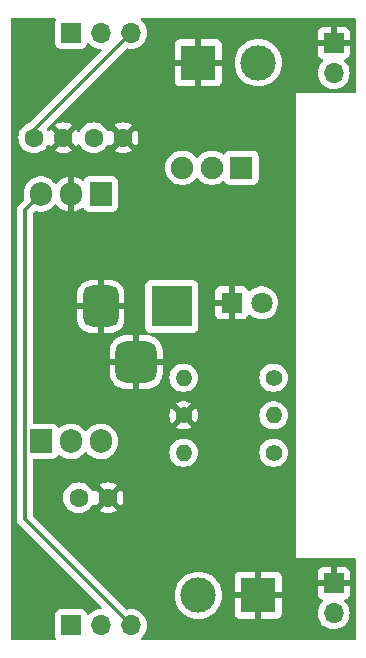
<source format=gbl>
%TF.GenerationSoftware,KiCad,Pcbnew,7.0.8-7.0.8~ubuntu22.04.1*%
%TF.CreationDate,2023-11-02T18:58:55-04:00*%
%TF.ProjectId,kicad_psu,6b696361-645f-4707-9375-2e6b69636164,rev?*%
%TF.SameCoordinates,Original*%
%TF.FileFunction,Copper,L2,Bot*%
%TF.FilePolarity,Positive*%
%FSLAX46Y46*%
G04 Gerber Fmt 4.6, Leading zero omitted, Abs format (unit mm)*
G04 Created by KiCad (PCBNEW 7.0.8-7.0.8~ubuntu22.04.1) date 2023-11-02 18:58:55*
%MOMM*%
%LPD*%
G01*
G04 APERTURE LIST*
G04 Aperture macros list*
%AMRoundRect*
0 Rectangle with rounded corners*
0 $1 Rounding radius*
0 $2 $3 $4 $5 $6 $7 $8 $9 X,Y pos of 4 corners*
0 Add a 4 corners polygon primitive as box body*
4,1,4,$2,$3,$4,$5,$6,$7,$8,$9,$2,$3,0*
0 Add four circle primitives for the rounded corners*
1,1,$1+$1,$2,$3*
1,1,$1+$1,$4,$5*
1,1,$1+$1,$6,$7*
1,1,$1+$1,$8,$9*
0 Add four rect primitives between the rounded corners*
20,1,$1+$1,$2,$3,$4,$5,0*
20,1,$1+$1,$4,$5,$6,$7,0*
20,1,$1+$1,$6,$7,$8,$9,0*
20,1,$1+$1,$8,$9,$2,$3,0*%
G04 Aperture macros list end*
%TA.AperFunction,ComponentPad*%
%ADD10C,1.600000*%
%TD*%
%TA.AperFunction,ComponentPad*%
%ADD11C,1.400000*%
%TD*%
%TA.AperFunction,ComponentPad*%
%ADD12O,1.400000X1.400000*%
%TD*%
%TA.AperFunction,ComponentPad*%
%ADD13R,1.700000X1.700000*%
%TD*%
%TA.AperFunction,ComponentPad*%
%ADD14O,1.700000X1.700000*%
%TD*%
%TA.AperFunction,ComponentPad*%
%ADD15R,3.000000X3.000000*%
%TD*%
%TA.AperFunction,ComponentPad*%
%ADD16C,3.000000*%
%TD*%
%TA.AperFunction,ComponentPad*%
%ADD17R,1.900000X1.900000*%
%TD*%
%TA.AperFunction,ComponentPad*%
%ADD18C,1.900000*%
%TD*%
%TA.AperFunction,ComponentPad*%
%ADD19R,1.905000X2.000000*%
%TD*%
%TA.AperFunction,ComponentPad*%
%ADD20O,1.905000X2.000000*%
%TD*%
%TA.AperFunction,ComponentPad*%
%ADD21R,3.500000X3.500000*%
%TD*%
%TA.AperFunction,ComponentPad*%
%ADD22RoundRect,0.750000X-0.750000X-1.000000X0.750000X-1.000000X0.750000X1.000000X-0.750000X1.000000X0*%
%TD*%
%TA.AperFunction,ComponentPad*%
%ADD23RoundRect,0.875000X-0.875000X-0.875000X0.875000X-0.875000X0.875000X0.875000X-0.875000X0.875000X0*%
%TD*%
%TA.AperFunction,ComponentPad*%
%ADD24R,1.800000X1.800000*%
%TD*%
%TA.AperFunction,ComponentPad*%
%ADD25C,1.800000*%
%TD*%
%TA.AperFunction,Conductor*%
%ADD26C,0.350000*%
%TD*%
G04 APERTURE END LIST*
D10*
%TO.P,C3,1*%
%TO.N,/3V3*%
X81300000Y-103505000D03*
%TO.P,C3,2*%
%TO.N,GND*%
X83800000Y-103505000D03*
%TD*%
%TO.P,C2,1*%
%TO.N,/5V*%
X77510000Y-73025000D03*
%TO.P,C2,2*%
%TO.N,GND*%
X80010000Y-73025000D03*
%TD*%
D11*
%TO.P,R1,1*%
%TO.N,Net-(D1-A)*%
X97810000Y-93345000D03*
D12*
%TO.P,R1,2*%
%TO.N,/12V*%
X90190000Y-93345000D03*
%TD*%
D10*
%TO.P,C1,1*%
%TO.N,/12V*%
X82570000Y-73025000D03*
%TO.P,C1,2*%
%TO.N,GND*%
X85070000Y-73025000D03*
%TD*%
D13*
%TO.P,J6,1,Pin_1*%
%TO.N,GND*%
X102900000Y-110750000D03*
D14*
%TO.P,J6,2,Pin_2*%
%TO.N,/PWR_out2*%
X102900000Y-113290000D03*
%TD*%
D13*
%TO.P,J2,1,Pin_1*%
%TO.N,/3V3*%
X80660000Y-64135000D03*
D14*
%TO.P,J2,2,Pin_2*%
%TO.N,/PWR_out1*%
X83200000Y-64135000D03*
%TO.P,J2,3,Pin_3*%
%TO.N,/5V*%
X85740000Y-64135000D03*
%TD*%
D15*
%TO.P,J5,1,Pin_1*%
%TO.N,GND*%
X91440000Y-66675000D03*
D16*
%TO.P,J5,2,Pin_2*%
%TO.N,/PWR_out1*%
X96520000Y-66675000D03*
%TD*%
D15*
%TO.P,J7,1,Pin_1*%
%TO.N,GND*%
X96520000Y-111760000D03*
D16*
%TO.P,J7,2,Pin_2*%
%TO.N,/PWR_out2*%
X91440000Y-111760000D03*
%TD*%
D17*
%TO.P,S1,1*%
%TO.N,/12V*%
X95090000Y-75565000D03*
D18*
%TO.P,S1,2*%
%TO.N,/PWR_input*%
X92590000Y-75565000D03*
%TO.P,S1,3*%
%TO.N,unconnected-(S1-Pad3)*%
X90090000Y-75565000D03*
%TD*%
D19*
%TO.P,U1,1,VI*%
%TO.N,/12V*%
X83185000Y-77795000D03*
D20*
%TO.P,U1,2,GND*%
%TO.N,GND*%
X80645000Y-77795000D03*
%TO.P,U1,3,VO*%
%TO.N,/5V*%
X78105000Y-77795000D03*
%TD*%
D13*
%TO.P,J4,1,Pin_1*%
%TO.N,GND*%
X102900000Y-65000000D03*
D14*
%TO.P,J4,2,Pin_2*%
%TO.N,/PWR_out1*%
X102900000Y-67540000D03*
%TD*%
D12*
%TO.P,R2,2*%
%TO.N,/3V3*%
X90190000Y-99695000D03*
D11*
%TO.P,R2,1*%
%TO.N,Net-(U2-ADJ)*%
X97810000Y-99695000D03*
%TD*%
D21*
%TO.P,J1,1*%
%TO.N,/PWR_input*%
X89185000Y-87307500D03*
D22*
%TO.P,J1,2*%
%TO.N,GND*%
X83185000Y-87307500D03*
D23*
%TO.P,J1,3*%
X86185000Y-92007500D03*
%TD*%
D20*
%TO.P,U2,3,VI*%
%TO.N,/12V*%
X83185000Y-98735000D03*
%TO.P,U2,2,VO*%
%TO.N,/3V3*%
X80645000Y-98735000D03*
D19*
%TO.P,U2,1,ADJ*%
%TO.N,Net-(U2-ADJ)*%
X78105000Y-98735000D03*
%TD*%
D24*
%TO.P,D1,1,K*%
%TO.N,GND*%
X94260000Y-86995000D03*
D25*
%TO.P,D1,2,A*%
%TO.N,Net-(D1-A)*%
X96800000Y-86995000D03*
%TD*%
D13*
%TO.P,J3,1,Pin_1*%
%TO.N,/3V3*%
X80660000Y-114300000D03*
D14*
%TO.P,J3,2,Pin_2*%
%TO.N,/PWR_out2*%
X83200000Y-114300000D03*
%TO.P,J3,3,Pin_3*%
%TO.N,/5V*%
X85740000Y-114300000D03*
%TD*%
D12*
%TO.P,R3,2*%
%TO.N,Net-(U2-ADJ)*%
X97810000Y-96520000D03*
D11*
%TO.P,R3,1*%
%TO.N,GND*%
X90190000Y-96520000D03*
%TD*%
D26*
%TO.N,/5V*%
X85740000Y-64135000D02*
X77510000Y-72365000D01*
X77510000Y-72365000D02*
X77510000Y-73025000D01*
X85740000Y-114300000D02*
X76727500Y-105287500D01*
X76727500Y-105287500D02*
X76727500Y-79172500D01*
X76727500Y-79172500D02*
X78105000Y-77795000D01*
%TD*%
%TA.AperFunction,Conductor*%
%TO.N,GND*%
G36*
X79321266Y-62884685D02*
G01*
X79367021Y-62937489D01*
X79376965Y-63006647D01*
X79367915Y-63033841D01*
X79369303Y-63034359D01*
X79315908Y-63177517D01*
X79309501Y-63237116D01*
X79309500Y-63237135D01*
X79309500Y-65032870D01*
X79309501Y-65032876D01*
X79315908Y-65092483D01*
X79366202Y-65227328D01*
X79366206Y-65227335D01*
X79452452Y-65342544D01*
X79452455Y-65342547D01*
X79567664Y-65428793D01*
X79567671Y-65428797D01*
X79702517Y-65479091D01*
X79702516Y-65479091D01*
X79709444Y-65479835D01*
X79762127Y-65485500D01*
X81557872Y-65485499D01*
X81617483Y-65479091D01*
X81752331Y-65428796D01*
X81867546Y-65342546D01*
X81953796Y-65227331D01*
X82002810Y-65095916D01*
X82044681Y-65039984D01*
X82110145Y-65015566D01*
X82178418Y-65030417D01*
X82206673Y-65051569D01*
X82328599Y-65173495D01*
X82425384Y-65241265D01*
X82522165Y-65309032D01*
X82522167Y-65309033D01*
X82522170Y-65309035D01*
X82736337Y-65408903D01*
X82964592Y-65470063D01*
X83145708Y-65485909D01*
X83210775Y-65511360D01*
X83251754Y-65567951D01*
X83255632Y-65637713D01*
X83222580Y-65697117D01*
X77166137Y-71753560D01*
X77110553Y-71785653D01*
X77063503Y-71798261D01*
X76857267Y-71894431D01*
X76857265Y-71894432D01*
X76670858Y-72024954D01*
X76509954Y-72185858D01*
X76379432Y-72372265D01*
X76379431Y-72372267D01*
X76283261Y-72578502D01*
X76283258Y-72578511D01*
X76224366Y-72798302D01*
X76224364Y-72798313D01*
X76204532Y-73024998D01*
X76204532Y-73025001D01*
X76224364Y-73251686D01*
X76224366Y-73251697D01*
X76283258Y-73471488D01*
X76283261Y-73471497D01*
X76379431Y-73677732D01*
X76379432Y-73677734D01*
X76509954Y-73864141D01*
X76670858Y-74025045D01*
X76670861Y-74025047D01*
X76857266Y-74155568D01*
X77063504Y-74251739D01*
X77063509Y-74251740D01*
X77063511Y-74251741D01*
X77116415Y-74265916D01*
X77283308Y-74310635D01*
X77445230Y-74324801D01*
X77509998Y-74330468D01*
X77510000Y-74330468D01*
X77510002Y-74330468D01*
X77566673Y-74325509D01*
X77736692Y-74310635D01*
X77956496Y-74251739D01*
X78162734Y-74155568D01*
X78349139Y-74025047D01*
X78510047Y-73864139D01*
X78640568Y-73677734D01*
X78647893Y-73662023D01*
X78694062Y-73609586D01*
X78761254Y-73590432D01*
X78828136Y-73610645D01*
X78872657Y-73662023D01*
X78879865Y-73677481D01*
X78879866Y-73677483D01*
X78930973Y-73750471D01*
X78930974Y-73750472D01*
X79612046Y-73069399D01*
X79624835Y-73150148D01*
X79682359Y-73263045D01*
X79771955Y-73352641D01*
X79884852Y-73410165D01*
X79965599Y-73422953D01*
X79284526Y-74104025D01*
X79284526Y-74104026D01*
X79357512Y-74155131D01*
X79357516Y-74155133D01*
X79563673Y-74251265D01*
X79563682Y-74251269D01*
X79783389Y-74310139D01*
X79783400Y-74310141D01*
X80009998Y-74329966D01*
X80010002Y-74329966D01*
X80236599Y-74310141D01*
X80236610Y-74310139D01*
X80456317Y-74251269D01*
X80456331Y-74251264D01*
X80662478Y-74155136D01*
X80735472Y-74104025D01*
X80054401Y-73422953D01*
X80135148Y-73410165D01*
X80248045Y-73352641D01*
X80337641Y-73263045D01*
X80395165Y-73150148D01*
X80407953Y-73069400D01*
X81089025Y-73750472D01*
X81140133Y-73677482D01*
X81177341Y-73597690D01*
X81223513Y-73545250D01*
X81290707Y-73526098D01*
X81357588Y-73546313D01*
X81402106Y-73597689D01*
X81439431Y-73677732D01*
X81439432Y-73677734D01*
X81569954Y-73864141D01*
X81730858Y-74025045D01*
X81730861Y-74025047D01*
X81917266Y-74155568D01*
X82123504Y-74251739D01*
X82123509Y-74251740D01*
X82123511Y-74251741D01*
X82176415Y-74265916D01*
X82343308Y-74310635D01*
X82505230Y-74324801D01*
X82569998Y-74330468D01*
X82570000Y-74330468D01*
X82570002Y-74330468D01*
X82626673Y-74325509D01*
X82796692Y-74310635D01*
X83016496Y-74251739D01*
X83222734Y-74155568D01*
X83409139Y-74025047D01*
X83570047Y-73864139D01*
X83700568Y-73677734D01*
X83707893Y-73662023D01*
X83754062Y-73609586D01*
X83821254Y-73590432D01*
X83888136Y-73610645D01*
X83932657Y-73662023D01*
X83939865Y-73677481D01*
X83939866Y-73677483D01*
X83990973Y-73750471D01*
X83990974Y-73750472D01*
X84672046Y-73069399D01*
X84684835Y-73150148D01*
X84742359Y-73263045D01*
X84831955Y-73352641D01*
X84944852Y-73410165D01*
X85025599Y-73422953D01*
X84344526Y-74104025D01*
X84344526Y-74104026D01*
X84417512Y-74155131D01*
X84417516Y-74155133D01*
X84623673Y-74251265D01*
X84623682Y-74251269D01*
X84843389Y-74310139D01*
X84843400Y-74310141D01*
X85069998Y-74329966D01*
X85070002Y-74329966D01*
X85296599Y-74310141D01*
X85296610Y-74310139D01*
X85516317Y-74251269D01*
X85516331Y-74251264D01*
X85722478Y-74155136D01*
X85795472Y-74104025D01*
X85114401Y-73422953D01*
X85195148Y-73410165D01*
X85308045Y-73352641D01*
X85397641Y-73263045D01*
X85455165Y-73150148D01*
X85467953Y-73069400D01*
X86149025Y-73750472D01*
X86200136Y-73677478D01*
X86296264Y-73471331D01*
X86296269Y-73471317D01*
X86355139Y-73251610D01*
X86355141Y-73251599D01*
X86374966Y-73025002D01*
X86374966Y-73024997D01*
X86355141Y-72798400D01*
X86355139Y-72798389D01*
X86296269Y-72578682D01*
X86296265Y-72578673D01*
X86200133Y-72372516D01*
X86200131Y-72372512D01*
X86149026Y-72299526D01*
X86149025Y-72299526D01*
X85467953Y-72980598D01*
X85455165Y-72899852D01*
X85397641Y-72786955D01*
X85308045Y-72697359D01*
X85195148Y-72639835D01*
X85114400Y-72627046D01*
X85795472Y-71945974D01*
X85795471Y-71945973D01*
X85722483Y-71894866D01*
X85722481Y-71894865D01*
X85516326Y-71798734D01*
X85516317Y-71798730D01*
X85296610Y-71739860D01*
X85296599Y-71739858D01*
X85070002Y-71720034D01*
X85069998Y-71720034D01*
X84843400Y-71739858D01*
X84843389Y-71739860D01*
X84623682Y-71798730D01*
X84623673Y-71798734D01*
X84417513Y-71894868D01*
X84344527Y-71945972D01*
X84344526Y-71945973D01*
X85025600Y-72627046D01*
X84944852Y-72639835D01*
X84831955Y-72697359D01*
X84742359Y-72786955D01*
X84684835Y-72899852D01*
X84672046Y-72980599D01*
X83990973Y-72299526D01*
X83990972Y-72299527D01*
X83939868Y-72372512D01*
X83932656Y-72387979D01*
X83886482Y-72440417D01*
X83819288Y-72459567D01*
X83752407Y-72439350D01*
X83707893Y-72387976D01*
X83700568Y-72372266D01*
X83570047Y-72185861D01*
X83570045Y-72185858D01*
X83409141Y-72024954D01*
X83222734Y-71894432D01*
X83222732Y-71894431D01*
X83016497Y-71798261D01*
X83016488Y-71798258D01*
X82796697Y-71739366D01*
X82796693Y-71739365D01*
X82796692Y-71739365D01*
X82796691Y-71739364D01*
X82796686Y-71739364D01*
X82570002Y-71719532D01*
X82569998Y-71719532D01*
X82343313Y-71739364D01*
X82343302Y-71739366D01*
X82123511Y-71798258D01*
X82123502Y-71798261D01*
X81917267Y-71894431D01*
X81917265Y-71894432D01*
X81730858Y-72024954D01*
X81569954Y-72185858D01*
X81439432Y-72372265D01*
X81439431Y-72372267D01*
X81402106Y-72452311D01*
X81355933Y-72504750D01*
X81288739Y-72523902D01*
X81221858Y-72503686D01*
X81177342Y-72452310D01*
X81140135Y-72372520D01*
X81140131Y-72372512D01*
X81089026Y-72299526D01*
X81089025Y-72299526D01*
X80407953Y-72980598D01*
X80395165Y-72899852D01*
X80337641Y-72786955D01*
X80248045Y-72697359D01*
X80135148Y-72639835D01*
X80054400Y-72627046D01*
X80735472Y-71945974D01*
X80735471Y-71945973D01*
X80662483Y-71894866D01*
X80662481Y-71894865D01*
X80456326Y-71798734D01*
X80456317Y-71798730D01*
X80236610Y-71739860D01*
X80236599Y-71739858D01*
X80010002Y-71720034D01*
X80009998Y-71720034D01*
X79783400Y-71739858D01*
X79783389Y-71739860D01*
X79563682Y-71798730D01*
X79563673Y-71798734D01*
X79357513Y-71894868D01*
X79284527Y-71945972D01*
X79284526Y-71945973D01*
X79965600Y-72627046D01*
X79884852Y-72639835D01*
X79771955Y-72697359D01*
X79682359Y-72786955D01*
X79624835Y-72899852D01*
X79612046Y-72980599D01*
X78930973Y-72299526D01*
X78930972Y-72299527D01*
X78879868Y-72372512D01*
X78872655Y-72387980D01*
X78826480Y-72440417D01*
X78759286Y-72459566D01*
X78692405Y-72439347D01*
X78647892Y-72387973D01*
X78640567Y-72372264D01*
X78625073Y-72350136D01*
X78602746Y-72283929D01*
X78619757Y-72216162D01*
X78638963Y-72191336D01*
X82607455Y-68222844D01*
X89440000Y-68222844D01*
X89446401Y-68282372D01*
X89446403Y-68282379D01*
X89496645Y-68417086D01*
X89496649Y-68417093D01*
X89582809Y-68532187D01*
X89582812Y-68532190D01*
X89697906Y-68618350D01*
X89697913Y-68618354D01*
X89832620Y-68668596D01*
X89832627Y-68668598D01*
X89892155Y-68674999D01*
X89892172Y-68675000D01*
X91190000Y-68675000D01*
X91190000Y-67396802D01*
X91351169Y-67435000D01*
X91484267Y-67435000D01*
X91616461Y-67419549D01*
X91690000Y-67392782D01*
X91690000Y-68675000D01*
X92987828Y-68675000D01*
X92987844Y-68674999D01*
X93047372Y-68668598D01*
X93047379Y-68668596D01*
X93182086Y-68618354D01*
X93182093Y-68618350D01*
X93297187Y-68532190D01*
X93297190Y-68532187D01*
X93383350Y-68417093D01*
X93383354Y-68417086D01*
X93433596Y-68282379D01*
X93433598Y-68282372D01*
X93439999Y-68222844D01*
X93440000Y-68222827D01*
X93440000Y-66925000D01*
X92158483Y-66925000D01*
X92193549Y-66807871D01*
X92201288Y-66675001D01*
X94514390Y-66675001D01*
X94534804Y-66960433D01*
X94595628Y-67240037D01*
X94595630Y-67240043D01*
X94595631Y-67240046D01*
X94668345Y-67435000D01*
X94695635Y-67508166D01*
X94832770Y-67759309D01*
X94832775Y-67759317D01*
X95004254Y-67988387D01*
X95004270Y-67988405D01*
X95206594Y-68190729D01*
X95206612Y-68190745D01*
X95435682Y-68362224D01*
X95435690Y-68362229D01*
X95686833Y-68499364D01*
X95686832Y-68499364D01*
X95686836Y-68499365D01*
X95686839Y-68499367D01*
X95954954Y-68599369D01*
X95954960Y-68599370D01*
X95954962Y-68599371D01*
X96234566Y-68660195D01*
X96234568Y-68660195D01*
X96234572Y-68660196D01*
X96488220Y-68678337D01*
X96519999Y-68680610D01*
X96520000Y-68680610D01*
X96520001Y-68680610D01*
X96548595Y-68678564D01*
X96805428Y-68660196D01*
X97085046Y-68599369D01*
X97353161Y-68499367D01*
X97604315Y-68362226D01*
X97833395Y-68190739D01*
X98035739Y-67988395D01*
X98207226Y-67759315D01*
X98326982Y-67540000D01*
X101544341Y-67540000D01*
X101564936Y-67775403D01*
X101564938Y-67775413D01*
X101626094Y-68003655D01*
X101626096Y-68003659D01*
X101626097Y-68003663D01*
X101713328Y-68190729D01*
X101725965Y-68217830D01*
X101725967Y-68217834D01*
X101827071Y-68362224D01*
X101861505Y-68411401D01*
X102028599Y-68578495D01*
X102125384Y-68646265D01*
X102222165Y-68714032D01*
X102222167Y-68714033D01*
X102222170Y-68714035D01*
X102436337Y-68813903D01*
X102664592Y-68875063D01*
X102852918Y-68891539D01*
X102899999Y-68895659D01*
X102900000Y-68895659D01*
X102900001Y-68895659D01*
X102939234Y-68892226D01*
X103135408Y-68875063D01*
X103363663Y-68813903D01*
X103577830Y-68714035D01*
X103771401Y-68578495D01*
X103938495Y-68411401D01*
X104074035Y-68217830D01*
X104173903Y-68003663D01*
X104235063Y-67775408D01*
X104255659Y-67540000D01*
X104235063Y-67304592D01*
X104173903Y-67076337D01*
X104074035Y-66862171D01*
X103938495Y-66668599D01*
X103816179Y-66546283D01*
X103782696Y-66484963D01*
X103787680Y-66415271D01*
X103829551Y-66359337D01*
X103860529Y-66342422D01*
X103992086Y-66293354D01*
X103992093Y-66293350D01*
X104107187Y-66207190D01*
X104107190Y-66207187D01*
X104193350Y-66092093D01*
X104193354Y-66092086D01*
X104243596Y-65957379D01*
X104243598Y-65957372D01*
X104249999Y-65897844D01*
X104250000Y-65897827D01*
X104250000Y-65250000D01*
X103333686Y-65250000D01*
X103359493Y-65209844D01*
X103400000Y-65071889D01*
X103400000Y-64928111D01*
X103359493Y-64790156D01*
X103333686Y-64750000D01*
X104250000Y-64750000D01*
X104250000Y-64102172D01*
X104249999Y-64102155D01*
X104243598Y-64042627D01*
X104243596Y-64042620D01*
X104193354Y-63907913D01*
X104193350Y-63907906D01*
X104107190Y-63792812D01*
X104107187Y-63792809D01*
X103992093Y-63706649D01*
X103992086Y-63706645D01*
X103857379Y-63656403D01*
X103857372Y-63656401D01*
X103797844Y-63650000D01*
X103150000Y-63650000D01*
X103150000Y-64564498D01*
X103042315Y-64515320D01*
X102935763Y-64500000D01*
X102864237Y-64500000D01*
X102757685Y-64515320D01*
X102650000Y-64564498D01*
X102650000Y-63650000D01*
X102002155Y-63650000D01*
X101942627Y-63656401D01*
X101942620Y-63656403D01*
X101807913Y-63706645D01*
X101807906Y-63706649D01*
X101692812Y-63792809D01*
X101692809Y-63792812D01*
X101606649Y-63907906D01*
X101606645Y-63907913D01*
X101556403Y-64042620D01*
X101556401Y-64042627D01*
X101550000Y-64102155D01*
X101550000Y-64750000D01*
X102466314Y-64750000D01*
X102440507Y-64790156D01*
X102400000Y-64928111D01*
X102400000Y-65071889D01*
X102440507Y-65209844D01*
X102466314Y-65250000D01*
X101550000Y-65250000D01*
X101550000Y-65897844D01*
X101556401Y-65957372D01*
X101556403Y-65957379D01*
X101606645Y-66092086D01*
X101606649Y-66092093D01*
X101692809Y-66207187D01*
X101692812Y-66207190D01*
X101807906Y-66293350D01*
X101807913Y-66293354D01*
X101939470Y-66342421D01*
X101995403Y-66384292D01*
X102019821Y-66449756D01*
X102004970Y-66518029D01*
X101983819Y-66546284D01*
X101861503Y-66668600D01*
X101725965Y-66862169D01*
X101725964Y-66862171D01*
X101626098Y-67076335D01*
X101626094Y-67076344D01*
X101564938Y-67304586D01*
X101564936Y-67304596D01*
X101544341Y-67539999D01*
X101544341Y-67540000D01*
X98326982Y-67540000D01*
X98344367Y-67508161D01*
X98444369Y-67240046D01*
X98505196Y-66960428D01*
X98525610Y-66675000D01*
X98505196Y-66389572D01*
X98504047Y-66384292D01*
X98444371Y-66109962D01*
X98444370Y-66109960D01*
X98444369Y-66109954D01*
X98344367Y-65841839D01*
X98265342Y-65697117D01*
X98207229Y-65590690D01*
X98207224Y-65590682D01*
X98035745Y-65361612D01*
X98035729Y-65361594D01*
X97833405Y-65159270D01*
X97833387Y-65159254D01*
X97604317Y-64987775D01*
X97604309Y-64987770D01*
X97353166Y-64850635D01*
X97353167Y-64850635D01*
X97162886Y-64779664D01*
X97085046Y-64750631D01*
X97085043Y-64750630D01*
X97085037Y-64750628D01*
X96805433Y-64689804D01*
X96520001Y-64669390D01*
X96519999Y-64669390D01*
X96234566Y-64689804D01*
X95954962Y-64750628D01*
X95686833Y-64850635D01*
X95435690Y-64987770D01*
X95435682Y-64987775D01*
X95206612Y-65159254D01*
X95206594Y-65159270D01*
X95004270Y-65361594D01*
X95004254Y-65361612D01*
X94832775Y-65590682D01*
X94832770Y-65590690D01*
X94695635Y-65841833D01*
X94595628Y-66109962D01*
X94534804Y-66389566D01*
X94514390Y-66674998D01*
X94514390Y-66675001D01*
X92201288Y-66675001D01*
X92203879Y-66630509D01*
X92173029Y-66455546D01*
X92159853Y-66425000D01*
X93440000Y-66425000D01*
X93440000Y-65127172D01*
X93439999Y-65127155D01*
X93433598Y-65067627D01*
X93433596Y-65067620D01*
X93383354Y-64932913D01*
X93383350Y-64932906D01*
X93297190Y-64817812D01*
X93297187Y-64817809D01*
X93182093Y-64731649D01*
X93182086Y-64731645D01*
X93047379Y-64681403D01*
X93047372Y-64681401D01*
X92987844Y-64675000D01*
X91690000Y-64675000D01*
X91690000Y-65953197D01*
X91528831Y-65915000D01*
X91395733Y-65915000D01*
X91263539Y-65930451D01*
X91190000Y-65957217D01*
X91190000Y-64675000D01*
X89892155Y-64675000D01*
X89832627Y-64681401D01*
X89832620Y-64681403D01*
X89697913Y-64731645D01*
X89697906Y-64731649D01*
X89582812Y-64817809D01*
X89582809Y-64817812D01*
X89496649Y-64932906D01*
X89496645Y-64932913D01*
X89446403Y-65067620D01*
X89446401Y-65067627D01*
X89440000Y-65127155D01*
X89440000Y-66425000D01*
X90721517Y-66425000D01*
X90686451Y-66542129D01*
X90676121Y-66719491D01*
X90706971Y-66894454D01*
X90720147Y-66925000D01*
X89440000Y-66925000D01*
X89440000Y-68222844D01*
X82607455Y-68222844D01*
X85340121Y-65490178D01*
X85401442Y-65456695D01*
X85459893Y-65458086D01*
X85472843Y-65461555D01*
X85504592Y-65470063D01*
X85681034Y-65485500D01*
X85739999Y-65490659D01*
X85740000Y-65490659D01*
X85740001Y-65490659D01*
X85798966Y-65485500D01*
X85975408Y-65470063D01*
X86203663Y-65408903D01*
X86417830Y-65309035D01*
X86611401Y-65173495D01*
X86778495Y-65006401D01*
X86914035Y-64812830D01*
X87013903Y-64598663D01*
X87075063Y-64370408D01*
X87095659Y-64135000D01*
X87075063Y-63899592D01*
X87013903Y-63671337D01*
X86914035Y-63457171D01*
X86908425Y-63449158D01*
X86778494Y-63263597D01*
X86611402Y-63096506D01*
X86611399Y-63096504D01*
X86602931Y-63090574D01*
X86559307Y-63035997D01*
X86552115Y-62966498D01*
X86583638Y-62904144D01*
X86643868Y-62868731D01*
X86674056Y-62865000D01*
X104651000Y-62865000D01*
X104718039Y-62884685D01*
X104763794Y-62937489D01*
X104775000Y-62989000D01*
X104775000Y-69091000D01*
X104755315Y-69158039D01*
X104702511Y-69203794D01*
X104651000Y-69215000D01*
X99695000Y-69215000D01*
X99695000Y-108585000D01*
X104651000Y-108585000D01*
X104718039Y-108604685D01*
X104763794Y-108657489D01*
X104775000Y-108709000D01*
X104775000Y-115446000D01*
X104755315Y-115513039D01*
X104702511Y-115558794D01*
X104651000Y-115570000D01*
X86674056Y-115570000D01*
X86607017Y-115550315D01*
X86561262Y-115497511D01*
X86551318Y-115428353D01*
X86580343Y-115364797D01*
X86602931Y-115344426D01*
X86604429Y-115343376D01*
X86611401Y-115338495D01*
X86778495Y-115171401D01*
X86914035Y-114977830D01*
X87013903Y-114763663D01*
X87075063Y-114535408D01*
X87095659Y-114300000D01*
X87075063Y-114064592D01*
X87013903Y-113836337D01*
X86914035Y-113622171D01*
X86910548Y-113617190D01*
X86778494Y-113428597D01*
X86611402Y-113261506D01*
X86611395Y-113261501D01*
X86417834Y-113125967D01*
X86417830Y-113125965D01*
X86417828Y-113125964D01*
X86203663Y-113026097D01*
X86203659Y-113026096D01*
X86203655Y-113026094D01*
X85975413Y-112964938D01*
X85975403Y-112964936D01*
X85740001Y-112944341D01*
X85739999Y-112944341D01*
X85504596Y-112964936D01*
X85504583Y-112964939D01*
X85459893Y-112976913D01*
X85390043Y-112975249D01*
X85340120Y-112944819D01*
X84155302Y-111760001D01*
X89434390Y-111760001D01*
X89454804Y-112045433D01*
X89515628Y-112325037D01*
X89515630Y-112325043D01*
X89515631Y-112325046D01*
X89588345Y-112520000D01*
X89615635Y-112593166D01*
X89752770Y-112844309D01*
X89752775Y-112844317D01*
X89924254Y-113073387D01*
X89924270Y-113073405D01*
X90126594Y-113275729D01*
X90126612Y-113275745D01*
X90355682Y-113447224D01*
X90355690Y-113447229D01*
X90606833Y-113584364D01*
X90606832Y-113584364D01*
X90606836Y-113584365D01*
X90606839Y-113584367D01*
X90874954Y-113684369D01*
X90874960Y-113684370D01*
X90874962Y-113684371D01*
X91154566Y-113745195D01*
X91154568Y-113745195D01*
X91154572Y-113745196D01*
X91408220Y-113763337D01*
X91439999Y-113765610D01*
X91440000Y-113765610D01*
X91440001Y-113765610D01*
X91468595Y-113763564D01*
X91725428Y-113745196D01*
X92005046Y-113684369D01*
X92273161Y-113584367D01*
X92524315Y-113447226D01*
X92710508Y-113307844D01*
X94520000Y-113307844D01*
X94526401Y-113367372D01*
X94526403Y-113367379D01*
X94576645Y-113502086D01*
X94576649Y-113502093D01*
X94662809Y-113617187D01*
X94662812Y-113617190D01*
X94777906Y-113703350D01*
X94777913Y-113703354D01*
X94912620Y-113753596D01*
X94912627Y-113753598D01*
X94972155Y-113759999D01*
X94972172Y-113760000D01*
X96270000Y-113760000D01*
X96270000Y-112481802D01*
X96431169Y-112520000D01*
X96564267Y-112520000D01*
X96696461Y-112504549D01*
X96770000Y-112477782D01*
X96770000Y-113760000D01*
X98067828Y-113760000D01*
X98067844Y-113759999D01*
X98127372Y-113753598D01*
X98127379Y-113753596D01*
X98262086Y-113703354D01*
X98262093Y-113703350D01*
X98377187Y-113617190D01*
X98377190Y-113617187D01*
X98463350Y-113502093D01*
X98463354Y-113502086D01*
X98513596Y-113367379D01*
X98513598Y-113367372D01*
X98519999Y-113307844D01*
X98520000Y-113307827D01*
X98520000Y-113290000D01*
X101544341Y-113290000D01*
X101564936Y-113525403D01*
X101564938Y-113525413D01*
X101626094Y-113753655D01*
X101626096Y-113753659D01*
X101626097Y-113753663D01*
X101631668Y-113765610D01*
X101725965Y-113967830D01*
X101725967Y-113967834D01*
X101793721Y-114064596D01*
X101861505Y-114161401D01*
X102028599Y-114328495D01*
X102125384Y-114396265D01*
X102222165Y-114464032D01*
X102222167Y-114464033D01*
X102222170Y-114464035D01*
X102436337Y-114563903D01*
X102664592Y-114625063D01*
X102852918Y-114641539D01*
X102899999Y-114645659D01*
X102900000Y-114645659D01*
X102900001Y-114645659D01*
X102939234Y-114642226D01*
X103135408Y-114625063D01*
X103363663Y-114563903D01*
X103577830Y-114464035D01*
X103771401Y-114328495D01*
X103938495Y-114161401D01*
X104074035Y-113967830D01*
X104173903Y-113753663D01*
X104235063Y-113525408D01*
X104255659Y-113290000D01*
X104235063Y-113054592D01*
X104173903Y-112826337D01*
X104074035Y-112612171D01*
X104060724Y-112593161D01*
X103938496Y-112418600D01*
X103919190Y-112399294D01*
X103816179Y-112296283D01*
X103782696Y-112234963D01*
X103787680Y-112165271D01*
X103829551Y-112109337D01*
X103860529Y-112092422D01*
X103992086Y-112043354D01*
X103992093Y-112043350D01*
X104107187Y-111957190D01*
X104107190Y-111957187D01*
X104193350Y-111842093D01*
X104193354Y-111842086D01*
X104243596Y-111707379D01*
X104243598Y-111707372D01*
X104249999Y-111647844D01*
X104250000Y-111647827D01*
X104250000Y-111000000D01*
X103333686Y-111000000D01*
X103359493Y-110959844D01*
X103400000Y-110821889D01*
X103400000Y-110678111D01*
X103359493Y-110540156D01*
X103333686Y-110500000D01*
X104250000Y-110500000D01*
X104250000Y-109852172D01*
X104249999Y-109852155D01*
X104243598Y-109792627D01*
X104243596Y-109792620D01*
X104193354Y-109657913D01*
X104193350Y-109657906D01*
X104107190Y-109542812D01*
X104107187Y-109542809D01*
X103992093Y-109456649D01*
X103992086Y-109456645D01*
X103857379Y-109406403D01*
X103857372Y-109406401D01*
X103797844Y-109400000D01*
X103150000Y-109400000D01*
X103150000Y-110314498D01*
X103042315Y-110265320D01*
X102935763Y-110250000D01*
X102864237Y-110250000D01*
X102757685Y-110265320D01*
X102650000Y-110314498D01*
X102650000Y-109400000D01*
X102002155Y-109400000D01*
X101942627Y-109406401D01*
X101942620Y-109406403D01*
X101807913Y-109456645D01*
X101807906Y-109456649D01*
X101692812Y-109542809D01*
X101692809Y-109542812D01*
X101606649Y-109657906D01*
X101606645Y-109657913D01*
X101556403Y-109792620D01*
X101556401Y-109792627D01*
X101550000Y-109852155D01*
X101550000Y-110500000D01*
X102466314Y-110500000D01*
X102440507Y-110540156D01*
X102400000Y-110678111D01*
X102400000Y-110821889D01*
X102440507Y-110959844D01*
X102466314Y-111000000D01*
X101550000Y-111000000D01*
X101550000Y-111647844D01*
X101556401Y-111707372D01*
X101556403Y-111707379D01*
X101606645Y-111842086D01*
X101606649Y-111842093D01*
X101692809Y-111957187D01*
X101692812Y-111957190D01*
X101807906Y-112043350D01*
X101807913Y-112043354D01*
X101939470Y-112092421D01*
X101995403Y-112134292D01*
X102019821Y-112199756D01*
X102004970Y-112268029D01*
X101983819Y-112296284D01*
X101861503Y-112418600D01*
X101725965Y-112612169D01*
X101725964Y-112612171D01*
X101626098Y-112826335D01*
X101626094Y-112826344D01*
X101564938Y-113054586D01*
X101564936Y-113054596D01*
X101544341Y-113289999D01*
X101544341Y-113290000D01*
X98520000Y-113290000D01*
X98520000Y-112010000D01*
X97238483Y-112010000D01*
X97273549Y-111892871D01*
X97283879Y-111715509D01*
X97253029Y-111540546D01*
X97239853Y-111510000D01*
X98520000Y-111510000D01*
X98520000Y-110212172D01*
X98519999Y-110212155D01*
X98513598Y-110152627D01*
X98513596Y-110152620D01*
X98463354Y-110017913D01*
X98463350Y-110017906D01*
X98377190Y-109902812D01*
X98377187Y-109902809D01*
X98262093Y-109816649D01*
X98262086Y-109816645D01*
X98127379Y-109766403D01*
X98127372Y-109766401D01*
X98067844Y-109760000D01*
X96770000Y-109760000D01*
X96770000Y-111038197D01*
X96608831Y-111000000D01*
X96475733Y-111000000D01*
X96343539Y-111015451D01*
X96270000Y-111042217D01*
X96270000Y-109760000D01*
X94972155Y-109760000D01*
X94912627Y-109766401D01*
X94912620Y-109766403D01*
X94777913Y-109816645D01*
X94777906Y-109816649D01*
X94662812Y-109902809D01*
X94662809Y-109902812D01*
X94576649Y-110017906D01*
X94576645Y-110017913D01*
X94526403Y-110152620D01*
X94526401Y-110152627D01*
X94520000Y-110212155D01*
X94520000Y-111510000D01*
X95801517Y-111510000D01*
X95766451Y-111627129D01*
X95756121Y-111804491D01*
X95786971Y-111979454D01*
X95800147Y-112010000D01*
X94520000Y-112010000D01*
X94520000Y-113307844D01*
X92710508Y-113307844D01*
X92753395Y-113275739D01*
X92955739Y-113073395D01*
X93127226Y-112844315D01*
X93264367Y-112593161D01*
X93364369Y-112325046D01*
X93409852Y-112115965D01*
X93425195Y-112045433D01*
X93425195Y-112045432D01*
X93425196Y-112045428D01*
X93445610Y-111760000D01*
X93425196Y-111474572D01*
X93421358Y-111456930D01*
X93364371Y-111194962D01*
X93364370Y-111194960D01*
X93364369Y-111194954D01*
X93264367Y-110926839D01*
X93127226Y-110675685D01*
X93127224Y-110675682D01*
X92955745Y-110446612D01*
X92955729Y-110446594D01*
X92753405Y-110244270D01*
X92753387Y-110244254D01*
X92524317Y-110072775D01*
X92524309Y-110072770D01*
X92273166Y-109935635D01*
X92273167Y-109935635D01*
X92165915Y-109895632D01*
X92005046Y-109835631D01*
X92005043Y-109835630D01*
X92005037Y-109835628D01*
X91725433Y-109774804D01*
X91440001Y-109754390D01*
X91439999Y-109754390D01*
X91154566Y-109774804D01*
X90874962Y-109835628D01*
X90606833Y-109935635D01*
X90355690Y-110072770D01*
X90355682Y-110072775D01*
X90126612Y-110244254D01*
X90126594Y-110244270D01*
X89924270Y-110446594D01*
X89924254Y-110446612D01*
X89752775Y-110675682D01*
X89752770Y-110675690D01*
X89615635Y-110926833D01*
X89515628Y-111194962D01*
X89454804Y-111474566D01*
X89434390Y-111759998D01*
X89434390Y-111760001D01*
X84155302Y-111760001D01*
X77439319Y-105044018D01*
X77405834Y-104982695D01*
X77403000Y-104956337D01*
X77403000Y-103505001D01*
X79994532Y-103505001D01*
X80014364Y-103731686D01*
X80014366Y-103731697D01*
X80073258Y-103951488D01*
X80073261Y-103951497D01*
X80169431Y-104157732D01*
X80169432Y-104157734D01*
X80299954Y-104344141D01*
X80460858Y-104505045D01*
X80460861Y-104505047D01*
X80647266Y-104635568D01*
X80853504Y-104731739D01*
X81073308Y-104790635D01*
X81235230Y-104804801D01*
X81299998Y-104810468D01*
X81300000Y-104810468D01*
X81300002Y-104810468D01*
X81356673Y-104805509D01*
X81526692Y-104790635D01*
X81746496Y-104731739D01*
X81952734Y-104635568D01*
X82139139Y-104505047D01*
X82300047Y-104344139D01*
X82430568Y-104157734D01*
X82437893Y-104142023D01*
X82484062Y-104089586D01*
X82551254Y-104070432D01*
X82618136Y-104090645D01*
X82662657Y-104142023D01*
X82669865Y-104157481D01*
X82669866Y-104157483D01*
X82720973Y-104230471D01*
X82720974Y-104230472D01*
X83402046Y-103549399D01*
X83414835Y-103630148D01*
X83472359Y-103743045D01*
X83561955Y-103832641D01*
X83674852Y-103890165D01*
X83755599Y-103902953D01*
X83074526Y-104584025D01*
X83074526Y-104584026D01*
X83147512Y-104635131D01*
X83147516Y-104635133D01*
X83353673Y-104731265D01*
X83353682Y-104731269D01*
X83573389Y-104790139D01*
X83573400Y-104790141D01*
X83799998Y-104809966D01*
X83800002Y-104809966D01*
X84026599Y-104790141D01*
X84026610Y-104790139D01*
X84246317Y-104731269D01*
X84246331Y-104731264D01*
X84452478Y-104635136D01*
X84525472Y-104584025D01*
X83844401Y-103902953D01*
X83925148Y-103890165D01*
X84038045Y-103832641D01*
X84127641Y-103743045D01*
X84185165Y-103630148D01*
X84197953Y-103549400D01*
X84879025Y-104230472D01*
X84930136Y-104157478D01*
X85026264Y-103951331D01*
X85026269Y-103951317D01*
X85085139Y-103731610D01*
X85085141Y-103731599D01*
X85104966Y-103505002D01*
X85104966Y-103504997D01*
X85085141Y-103278400D01*
X85085139Y-103278389D01*
X85026269Y-103058682D01*
X85026265Y-103058673D01*
X84930133Y-102852516D01*
X84930131Y-102852512D01*
X84879026Y-102779526D01*
X84879025Y-102779526D01*
X84197953Y-103460598D01*
X84185165Y-103379852D01*
X84127641Y-103266955D01*
X84038045Y-103177359D01*
X83925148Y-103119835D01*
X83844400Y-103107046D01*
X84525472Y-102425974D01*
X84525471Y-102425973D01*
X84452483Y-102374866D01*
X84452481Y-102374865D01*
X84246326Y-102278734D01*
X84246317Y-102278730D01*
X84026610Y-102219860D01*
X84026599Y-102219858D01*
X83800002Y-102200034D01*
X83799998Y-102200034D01*
X83573400Y-102219858D01*
X83573389Y-102219860D01*
X83353682Y-102278730D01*
X83353673Y-102278734D01*
X83147513Y-102374868D01*
X83074527Y-102425972D01*
X83074526Y-102425973D01*
X83755600Y-103107046D01*
X83674852Y-103119835D01*
X83561955Y-103177359D01*
X83472359Y-103266955D01*
X83414835Y-103379852D01*
X83402046Y-103460599D01*
X82720973Y-102779526D01*
X82720972Y-102779527D01*
X82669868Y-102852512D01*
X82662656Y-102867979D01*
X82616482Y-102920417D01*
X82549288Y-102939567D01*
X82482407Y-102919350D01*
X82437893Y-102867976D01*
X82430568Y-102852266D01*
X82300047Y-102665861D01*
X82300045Y-102665858D01*
X82139141Y-102504954D01*
X81952734Y-102374432D01*
X81952732Y-102374431D01*
X81746497Y-102278261D01*
X81746488Y-102278258D01*
X81526697Y-102219366D01*
X81526693Y-102219365D01*
X81526692Y-102219365D01*
X81526691Y-102219364D01*
X81526686Y-102219364D01*
X81300002Y-102199532D01*
X81299998Y-102199532D01*
X81073313Y-102219364D01*
X81073302Y-102219366D01*
X80853511Y-102278258D01*
X80853502Y-102278261D01*
X80647267Y-102374431D01*
X80647265Y-102374432D01*
X80460858Y-102504954D01*
X80299954Y-102665858D01*
X80169432Y-102852265D01*
X80169431Y-102852267D01*
X80073261Y-103058502D01*
X80073258Y-103058511D01*
X80014366Y-103278302D01*
X80014364Y-103278313D01*
X79994532Y-103504998D01*
X79994532Y-103505001D01*
X77403000Y-103505001D01*
X77403000Y-100359499D01*
X77422685Y-100292460D01*
X77475489Y-100246705D01*
X77527000Y-100235499D01*
X79105371Y-100235499D01*
X79105372Y-100235499D01*
X79164983Y-100229091D01*
X79299831Y-100178796D01*
X79415046Y-100092546D01*
X79501296Y-99977331D01*
X79512725Y-99946687D01*
X79554594Y-99890755D01*
X79620058Y-99866336D01*
X79688331Y-99881186D01*
X79705069Y-99892167D01*
X79847552Y-100003066D01*
X79847558Y-100003070D01*
X79847561Y-100003072D01*
X80059336Y-100117679D01*
X80177598Y-100158278D01*
X80287083Y-100195865D01*
X80287085Y-100195865D01*
X80287087Y-100195866D01*
X80524601Y-100235500D01*
X80524602Y-100235500D01*
X80765398Y-100235500D01*
X80765399Y-100235500D01*
X81002913Y-100195866D01*
X81230664Y-100117679D01*
X81442439Y-100003072D01*
X81632463Y-99855171D01*
X81795551Y-99678010D01*
X81811190Y-99654071D01*
X81864336Y-99608714D01*
X81933567Y-99599290D01*
X81996904Y-99628791D01*
X82018808Y-99654070D01*
X82034449Y-99678010D01*
X82197537Y-99855171D01*
X82387561Y-100003072D01*
X82599336Y-100117679D01*
X82717598Y-100158278D01*
X82827083Y-100195865D01*
X82827085Y-100195865D01*
X82827087Y-100195866D01*
X83064601Y-100235500D01*
X83064602Y-100235500D01*
X83305398Y-100235500D01*
X83305399Y-100235500D01*
X83542913Y-100195866D01*
X83770664Y-100117679D01*
X83982439Y-100003072D01*
X84172463Y-99855171D01*
X84319911Y-99695000D01*
X88984357Y-99695000D01*
X89004884Y-99916535D01*
X89004885Y-99916537D01*
X89065769Y-100130523D01*
X89065775Y-100130538D01*
X89164938Y-100329683D01*
X89164943Y-100329691D01*
X89299020Y-100507238D01*
X89463437Y-100657123D01*
X89463439Y-100657125D01*
X89652595Y-100774245D01*
X89652596Y-100774245D01*
X89652599Y-100774247D01*
X89860060Y-100854618D01*
X90078757Y-100895500D01*
X90078759Y-100895500D01*
X90301241Y-100895500D01*
X90301243Y-100895500D01*
X90519940Y-100854618D01*
X90727401Y-100774247D01*
X90916562Y-100657124D01*
X91080981Y-100507236D01*
X91215058Y-100329689D01*
X91314229Y-100130528D01*
X91375115Y-99916536D01*
X91395643Y-99695000D01*
X96604357Y-99695000D01*
X96624884Y-99916535D01*
X96624885Y-99916537D01*
X96685769Y-100130523D01*
X96685775Y-100130538D01*
X96784938Y-100329683D01*
X96784943Y-100329691D01*
X96919020Y-100507238D01*
X97083437Y-100657123D01*
X97083439Y-100657125D01*
X97272595Y-100774245D01*
X97272596Y-100774245D01*
X97272599Y-100774247D01*
X97480060Y-100854618D01*
X97698757Y-100895500D01*
X97698759Y-100895500D01*
X97921241Y-100895500D01*
X97921243Y-100895500D01*
X98139940Y-100854618D01*
X98347401Y-100774247D01*
X98536562Y-100657124D01*
X98700981Y-100507236D01*
X98835058Y-100329689D01*
X98934229Y-100130528D01*
X98995115Y-99916536D01*
X99015643Y-99695000D01*
X99014068Y-99678008D01*
X98995115Y-99473464D01*
X98995114Y-99473462D01*
X98934230Y-99259476D01*
X98934229Y-99259472D01*
X98932453Y-99255905D01*
X98835061Y-99060316D01*
X98835056Y-99060308D01*
X98700979Y-98882761D01*
X98536562Y-98732876D01*
X98536560Y-98732874D01*
X98347404Y-98615754D01*
X98347398Y-98615752D01*
X98139940Y-98535382D01*
X97921243Y-98494500D01*
X97698757Y-98494500D01*
X97480060Y-98535382D01*
X97348864Y-98586207D01*
X97272601Y-98615752D01*
X97272595Y-98615754D01*
X97083439Y-98732874D01*
X97083437Y-98732876D01*
X96919020Y-98882761D01*
X96784943Y-99060308D01*
X96784938Y-99060316D01*
X96685775Y-99259461D01*
X96685769Y-99259476D01*
X96624885Y-99473462D01*
X96624884Y-99473464D01*
X96604357Y-99694999D01*
X96604357Y-99695000D01*
X91395643Y-99695000D01*
X91394068Y-99678008D01*
X91375115Y-99473464D01*
X91375114Y-99473462D01*
X91314230Y-99259476D01*
X91314229Y-99259472D01*
X91312453Y-99255905D01*
X91215061Y-99060316D01*
X91215056Y-99060308D01*
X91080979Y-98882761D01*
X90916562Y-98732876D01*
X90916560Y-98732874D01*
X90727404Y-98615754D01*
X90727398Y-98615752D01*
X90519940Y-98535382D01*
X90301243Y-98494500D01*
X90078757Y-98494500D01*
X89860060Y-98535382D01*
X89728864Y-98586207D01*
X89652601Y-98615752D01*
X89652595Y-98615754D01*
X89463439Y-98732874D01*
X89463437Y-98732876D01*
X89299020Y-98882761D01*
X89164943Y-99060308D01*
X89164938Y-99060316D01*
X89065775Y-99259461D01*
X89065769Y-99259476D01*
X89004885Y-99473462D01*
X89004884Y-99473464D01*
X88984357Y-99694999D01*
X88984357Y-99695000D01*
X84319911Y-99695000D01*
X84335551Y-99678010D01*
X84467255Y-99476422D01*
X84563983Y-99255905D01*
X84623095Y-99022476D01*
X84638000Y-98842600D01*
X84638000Y-98627400D01*
X84623095Y-98447524D01*
X84563983Y-98214095D01*
X84467255Y-97993578D01*
X84335551Y-97791990D01*
X84172463Y-97614829D01*
X84059466Y-97526880D01*
X89536672Y-97526880D01*
X89652821Y-97598797D01*
X89652822Y-97598798D01*
X89860195Y-97679134D01*
X90078807Y-97720000D01*
X90301193Y-97720000D01*
X90519809Y-97679133D01*
X90727168Y-97598801D01*
X90727181Y-97598795D01*
X90843326Y-97526879D01*
X90190001Y-96873553D01*
X90190000Y-96873553D01*
X89536672Y-97526879D01*
X89536672Y-97526880D01*
X84059466Y-97526880D01*
X84038358Y-97510451D01*
X83982441Y-97466929D01*
X83770665Y-97352321D01*
X83770656Y-97352318D01*
X83542916Y-97274134D01*
X83343800Y-97240908D01*
X83305399Y-97234500D01*
X83064601Y-97234500D01*
X83026200Y-97240908D01*
X82827083Y-97274134D01*
X82599343Y-97352318D01*
X82599334Y-97352321D01*
X82387558Y-97466929D01*
X82253456Y-97571305D01*
X82197537Y-97614829D01*
X82197534Y-97614831D01*
X82197534Y-97614832D01*
X82137895Y-97679618D01*
X82034449Y-97791990D01*
X82018808Y-97815931D01*
X81965661Y-97861287D01*
X81896430Y-97870710D01*
X81833094Y-97841207D01*
X81811192Y-97815931D01*
X81795551Y-97791990D01*
X81632463Y-97614829D01*
X81498358Y-97510451D01*
X81442441Y-97466929D01*
X81230665Y-97352321D01*
X81230656Y-97352318D01*
X81002916Y-97274134D01*
X80803800Y-97240908D01*
X80765399Y-97234500D01*
X80524601Y-97234500D01*
X80486200Y-97240908D01*
X80287083Y-97274134D01*
X80059343Y-97352318D01*
X80059334Y-97352321D01*
X79847559Y-97466929D01*
X79705069Y-97577833D01*
X79640075Y-97603475D01*
X79571535Y-97589908D01*
X79521210Y-97541440D01*
X79512725Y-97523311D01*
X79501298Y-97492673D01*
X79501293Y-97492664D01*
X79415047Y-97377455D01*
X79415044Y-97377452D01*
X79299835Y-97291206D01*
X79299828Y-97291202D01*
X79164982Y-97240908D01*
X79164983Y-97240908D01*
X79105383Y-97234501D01*
X79105381Y-97234500D01*
X79105373Y-97234500D01*
X79105365Y-97234500D01*
X77527000Y-97234500D01*
X77459961Y-97214815D01*
X77414206Y-97162011D01*
X77403000Y-97110500D01*
X77403000Y-96520000D01*
X88984859Y-96520000D01*
X89005378Y-96741439D01*
X89066240Y-96955350D01*
X89165369Y-97154428D01*
X89181137Y-97175308D01*
X89181138Y-97175308D01*
X89807145Y-96549302D01*
X89836372Y-96549302D01*
X89865047Y-96662538D01*
X89928936Y-96760327D01*
X90021115Y-96832072D01*
X90131595Y-96870000D01*
X90219005Y-96870000D01*
X90305216Y-96855614D01*
X90407947Y-96800019D01*
X90487060Y-96714079D01*
X90533982Y-96607108D01*
X90541200Y-96520000D01*
X90543553Y-96520000D01*
X91198861Y-97175308D01*
X91214631Y-97154425D01*
X91214633Y-97154422D01*
X91313759Y-96955350D01*
X91374621Y-96741439D01*
X91395141Y-96520000D01*
X96604357Y-96520000D01*
X96624884Y-96741535D01*
X96624885Y-96741537D01*
X96685769Y-96955523D01*
X96685775Y-96955538D01*
X96784938Y-97154683D01*
X96784943Y-97154691D01*
X96919020Y-97332238D01*
X97083437Y-97482123D01*
X97083439Y-97482125D01*
X97272595Y-97599245D01*
X97272596Y-97599245D01*
X97272599Y-97599247D01*
X97480060Y-97679618D01*
X97698757Y-97720500D01*
X97698759Y-97720500D01*
X97921241Y-97720500D01*
X97921243Y-97720500D01*
X98139940Y-97679618D01*
X98347401Y-97599247D01*
X98536562Y-97482124D01*
X98700981Y-97332236D01*
X98835058Y-97154689D01*
X98934229Y-96955528D01*
X98995115Y-96741536D01*
X99015643Y-96520000D01*
X98995115Y-96298464D01*
X98934229Y-96084472D01*
X98835188Y-95885572D01*
X98835061Y-95885316D01*
X98835056Y-95885308D01*
X98700979Y-95707761D01*
X98536562Y-95557876D01*
X98536560Y-95557874D01*
X98347404Y-95440754D01*
X98347398Y-95440752D01*
X98139940Y-95360382D01*
X97921243Y-95319500D01*
X97698757Y-95319500D01*
X97480060Y-95360382D01*
X97348864Y-95411207D01*
X97272601Y-95440752D01*
X97272595Y-95440754D01*
X97083439Y-95557874D01*
X97083437Y-95557876D01*
X96919020Y-95707761D01*
X96784943Y-95885308D01*
X96784938Y-95885316D01*
X96685775Y-96084461D01*
X96685769Y-96084476D01*
X96624885Y-96298462D01*
X96624884Y-96298464D01*
X96604357Y-96519999D01*
X96604357Y-96520000D01*
X91395141Y-96520000D01*
X91395141Y-96519999D01*
X91374621Y-96298560D01*
X91313759Y-96084649D01*
X91214635Y-95885580D01*
X91214630Y-95885572D01*
X91198860Y-95864690D01*
X90543553Y-96519999D01*
X90543553Y-96520000D01*
X90541200Y-96520000D01*
X90543628Y-96490698D01*
X90514953Y-96377462D01*
X90451064Y-96279673D01*
X90358885Y-96207928D01*
X90248405Y-96170000D01*
X90160995Y-96170000D01*
X90074784Y-96184386D01*
X89972053Y-96239981D01*
X89892940Y-96325921D01*
X89846018Y-96432892D01*
X89836372Y-96549302D01*
X89807145Y-96549302D01*
X89836447Y-96520000D01*
X89181138Y-95864691D01*
X89181137Y-95864691D01*
X89165368Y-95885574D01*
X89066240Y-96084649D01*
X89005378Y-96298560D01*
X88984859Y-96519999D01*
X88984859Y-96520000D01*
X77403000Y-96520000D01*
X77403000Y-95513119D01*
X89536671Y-95513119D01*
X90190000Y-96166447D01*
X90190001Y-96166447D01*
X90843327Y-95513119D01*
X90727178Y-95441202D01*
X90727177Y-95441201D01*
X90519804Y-95360865D01*
X90301193Y-95320000D01*
X90078807Y-95320000D01*
X89860195Y-95360865D01*
X89652824Y-95441200D01*
X89652823Y-95441201D01*
X89536671Y-95513119D01*
X77403000Y-95513119D01*
X77403000Y-91757500D01*
X83935000Y-91757500D01*
X84751314Y-91757500D01*
X84725507Y-91797656D01*
X84685000Y-91935611D01*
X84685000Y-92079389D01*
X84725507Y-92217344D01*
X84751314Y-92257500D01*
X83935001Y-92257500D01*
X83935001Y-92976091D01*
X83937794Y-93028690D01*
X83982237Y-93258487D01*
X84064879Y-93477475D01*
X84183339Y-93679341D01*
X84183344Y-93679348D01*
X84334211Y-93858286D01*
X84334213Y-93858288D01*
X84513151Y-94009155D01*
X84513158Y-94009160D01*
X84715024Y-94127620D01*
X84934012Y-94210262D01*
X85163808Y-94254705D01*
X85216408Y-94257499D01*
X85934999Y-94257499D01*
X85935000Y-94257498D01*
X85935000Y-92507500D01*
X86435000Y-92507500D01*
X86435000Y-94257499D01*
X87153591Y-94257499D01*
X87206190Y-94254705D01*
X87435987Y-94210262D01*
X87654975Y-94127620D01*
X87856841Y-94009160D01*
X87856848Y-94009155D01*
X88035786Y-93858288D01*
X88035788Y-93858286D01*
X88186655Y-93679348D01*
X88186660Y-93679341D01*
X88305120Y-93477475D01*
X88355114Y-93345000D01*
X88984357Y-93345000D01*
X89004884Y-93566535D01*
X89004885Y-93566537D01*
X89065769Y-93780523D01*
X89065775Y-93780538D01*
X89164938Y-93979683D01*
X89164943Y-93979691D01*
X89299020Y-94157238D01*
X89463437Y-94307123D01*
X89463439Y-94307125D01*
X89652595Y-94424245D01*
X89652596Y-94424245D01*
X89652599Y-94424247D01*
X89860060Y-94504618D01*
X90078757Y-94545500D01*
X90078759Y-94545500D01*
X90301241Y-94545500D01*
X90301243Y-94545500D01*
X90519940Y-94504618D01*
X90727401Y-94424247D01*
X90916562Y-94307124D01*
X91080981Y-94157236D01*
X91215058Y-93979689D01*
X91314229Y-93780528D01*
X91375115Y-93566536D01*
X91395643Y-93345000D01*
X96604357Y-93345000D01*
X96624884Y-93566535D01*
X96624885Y-93566537D01*
X96685769Y-93780523D01*
X96685775Y-93780538D01*
X96784938Y-93979683D01*
X96784943Y-93979691D01*
X96919020Y-94157238D01*
X97083437Y-94307123D01*
X97083439Y-94307125D01*
X97272595Y-94424245D01*
X97272596Y-94424245D01*
X97272599Y-94424247D01*
X97480060Y-94504618D01*
X97698757Y-94545500D01*
X97698759Y-94545500D01*
X97921241Y-94545500D01*
X97921243Y-94545500D01*
X98139940Y-94504618D01*
X98347401Y-94424247D01*
X98536562Y-94307124D01*
X98700981Y-94157236D01*
X98835058Y-93979689D01*
X98934229Y-93780528D01*
X98995115Y-93566536D01*
X99015643Y-93345000D01*
X98995115Y-93123464D01*
X98934229Y-92909472D01*
X98934224Y-92909461D01*
X98835061Y-92710316D01*
X98835056Y-92710308D01*
X98700979Y-92532761D01*
X98536562Y-92382876D01*
X98536560Y-92382874D01*
X98347404Y-92265754D01*
X98347398Y-92265752D01*
X98139940Y-92185382D01*
X97921243Y-92144500D01*
X97698757Y-92144500D01*
X97480060Y-92185382D01*
X97397557Y-92217344D01*
X97272601Y-92265752D01*
X97272595Y-92265754D01*
X97083439Y-92382874D01*
X97083437Y-92382876D01*
X96919020Y-92532761D01*
X96784943Y-92710308D01*
X96784938Y-92710316D01*
X96685775Y-92909461D01*
X96685769Y-92909476D01*
X96624885Y-93123462D01*
X96624884Y-93123464D01*
X96604357Y-93344999D01*
X96604357Y-93345000D01*
X91395643Y-93345000D01*
X91375115Y-93123464D01*
X91314229Y-92909472D01*
X91314224Y-92909461D01*
X91215061Y-92710316D01*
X91215056Y-92710308D01*
X91080979Y-92532761D01*
X90916562Y-92382876D01*
X90916560Y-92382874D01*
X90727404Y-92265754D01*
X90727398Y-92265752D01*
X90519940Y-92185382D01*
X90301243Y-92144500D01*
X90078757Y-92144500D01*
X89860060Y-92185382D01*
X89777557Y-92217344D01*
X89652601Y-92265752D01*
X89652595Y-92265754D01*
X89463439Y-92382874D01*
X89463437Y-92382876D01*
X89299020Y-92532761D01*
X89164943Y-92710308D01*
X89164938Y-92710316D01*
X89065775Y-92909461D01*
X89065769Y-92909476D01*
X89004885Y-93123462D01*
X89004884Y-93123464D01*
X88984357Y-93344999D01*
X88984357Y-93345000D01*
X88355114Y-93345000D01*
X88387762Y-93258487D01*
X88432205Y-93028691D01*
X88432205Y-93028690D01*
X88435000Y-92976091D01*
X88435000Y-92257500D01*
X87618686Y-92257500D01*
X87644493Y-92217344D01*
X87685000Y-92079389D01*
X87685000Y-91935611D01*
X87644493Y-91797656D01*
X87618686Y-91757500D01*
X88434999Y-91757500D01*
X88434999Y-91038909D01*
X88432205Y-90986309D01*
X88387762Y-90756512D01*
X88305120Y-90537524D01*
X88186660Y-90335658D01*
X88186655Y-90335651D01*
X88035788Y-90156713D01*
X88035786Y-90156711D01*
X87856848Y-90005844D01*
X87856841Y-90005839D01*
X87654975Y-89887379D01*
X87435984Y-89804736D01*
X87430840Y-89803741D01*
X87368760Y-89771680D01*
X87333869Y-89711146D01*
X87337244Y-89641358D01*
X87377814Y-89584473D01*
X87442697Y-89558552D01*
X87454374Y-89557999D01*
X90982872Y-89557999D01*
X91042483Y-89551591D01*
X91177331Y-89501296D01*
X91292546Y-89415046D01*
X91378796Y-89299831D01*
X91429091Y-89164983D01*
X91435500Y-89105373D01*
X91435500Y-87942844D01*
X92860000Y-87942844D01*
X92866401Y-88002372D01*
X92866403Y-88002379D01*
X92916645Y-88137086D01*
X92916649Y-88137093D01*
X93002809Y-88252187D01*
X93002812Y-88252190D01*
X93117906Y-88338350D01*
X93117913Y-88338354D01*
X93252620Y-88388596D01*
X93252627Y-88388598D01*
X93312155Y-88394999D01*
X93312172Y-88395000D01*
X94010000Y-88395000D01*
X94010000Y-87369189D01*
X94062547Y-87405016D01*
X94192173Y-87445000D01*
X94293724Y-87445000D01*
X94394138Y-87429865D01*
X94510000Y-87374068D01*
X94510000Y-88395000D01*
X95207828Y-88395000D01*
X95207844Y-88394999D01*
X95267372Y-88388598D01*
X95267379Y-88388596D01*
X95402086Y-88338354D01*
X95402093Y-88338350D01*
X95517187Y-88252190D01*
X95517190Y-88252187D01*
X95603350Y-88137093D01*
X95603355Y-88137084D01*
X95632075Y-88060081D01*
X95673945Y-88004147D01*
X95739409Y-87979729D01*
X95807682Y-87994580D01*
X95839484Y-88019428D01*
X95848216Y-88028913D01*
X95848219Y-88028915D01*
X95848222Y-88028918D01*
X96031365Y-88171464D01*
X96031371Y-88171468D01*
X96031374Y-88171470D01*
X96235497Y-88281936D01*
X96349487Y-88321068D01*
X96455015Y-88357297D01*
X96455017Y-88357297D01*
X96455019Y-88357298D01*
X96683951Y-88395500D01*
X96683952Y-88395500D01*
X96916048Y-88395500D01*
X96916049Y-88395500D01*
X97144981Y-88357298D01*
X97364503Y-88281936D01*
X97568626Y-88171470D01*
X97751784Y-88028913D01*
X97908979Y-87858153D01*
X98035924Y-87663849D01*
X98129157Y-87451300D01*
X98186134Y-87226305D01*
X98191524Y-87161260D01*
X98205300Y-86995006D01*
X98205300Y-86994993D01*
X98186135Y-86763702D01*
X98186133Y-86763691D01*
X98129157Y-86538699D01*
X98035924Y-86326151D01*
X97908983Y-86131852D01*
X97908980Y-86131849D01*
X97908979Y-86131847D01*
X97751784Y-85961087D01*
X97751779Y-85961083D01*
X97751777Y-85961081D01*
X97568634Y-85818535D01*
X97568628Y-85818531D01*
X97364504Y-85708064D01*
X97364495Y-85708061D01*
X97144984Y-85632702D01*
X96957404Y-85601401D01*
X96916049Y-85594500D01*
X96683951Y-85594500D01*
X96642596Y-85601401D01*
X96455015Y-85632702D01*
X96235504Y-85708061D01*
X96235495Y-85708064D01*
X96031371Y-85818531D01*
X96031365Y-85818535D01*
X95848222Y-85961081D01*
X95848215Y-85961087D01*
X95839484Y-85970572D01*
X95779595Y-86006561D01*
X95709757Y-86004458D01*
X95652143Y-85964932D01*
X95632075Y-85929918D01*
X95603355Y-85852915D01*
X95603350Y-85852906D01*
X95517190Y-85737812D01*
X95517187Y-85737809D01*
X95402093Y-85651649D01*
X95402086Y-85651645D01*
X95267379Y-85601403D01*
X95267372Y-85601401D01*
X95207844Y-85595000D01*
X94510000Y-85595000D01*
X94510000Y-86620810D01*
X94457453Y-86584984D01*
X94327827Y-86545000D01*
X94226276Y-86545000D01*
X94125862Y-86560135D01*
X94010000Y-86615931D01*
X94010000Y-85595000D01*
X93312155Y-85595000D01*
X93252627Y-85601401D01*
X93252620Y-85601403D01*
X93117913Y-85651645D01*
X93117906Y-85651649D01*
X93002812Y-85737809D01*
X93002809Y-85737812D01*
X92916649Y-85852906D01*
X92916645Y-85852913D01*
X92866403Y-85987620D01*
X92866401Y-85987627D01*
X92860000Y-86047155D01*
X92860000Y-86745000D01*
X93884722Y-86745000D01*
X93836375Y-86828740D01*
X93806190Y-86960992D01*
X93816327Y-87096265D01*
X93865887Y-87222541D01*
X93883797Y-87245000D01*
X92860000Y-87245000D01*
X92860000Y-87942844D01*
X91435500Y-87942844D01*
X91435499Y-85509628D01*
X91429091Y-85450017D01*
X91389571Y-85344059D01*
X91378797Y-85315171D01*
X91378793Y-85315164D01*
X91292547Y-85199955D01*
X91292544Y-85199952D01*
X91177335Y-85113706D01*
X91177328Y-85113702D01*
X91042482Y-85063408D01*
X91042483Y-85063408D01*
X90982883Y-85057001D01*
X90982881Y-85057000D01*
X90982873Y-85057000D01*
X90982864Y-85057000D01*
X87387129Y-85057000D01*
X87387123Y-85057001D01*
X87327516Y-85063408D01*
X87192671Y-85113702D01*
X87192664Y-85113706D01*
X87077455Y-85199952D01*
X87077452Y-85199955D01*
X86991206Y-85315164D01*
X86991202Y-85315171D01*
X86940908Y-85450017D01*
X86934501Y-85509616D01*
X86934501Y-85509623D01*
X86934500Y-85509635D01*
X86934500Y-89105370D01*
X86934501Y-89105376D01*
X86940908Y-89164983D01*
X86991202Y-89299828D01*
X86991206Y-89299835D01*
X87077452Y-89415044D01*
X87077455Y-89415047D01*
X87192664Y-89501293D01*
X87192673Y-89501298D01*
X87241506Y-89519511D01*
X87297440Y-89561381D01*
X87321858Y-89626845D01*
X87307007Y-89695118D01*
X87257603Y-89744524D01*
X87191598Y-89759518D01*
X87153592Y-89757500D01*
X86435000Y-89757500D01*
X86435000Y-91507500D01*
X85935000Y-91507500D01*
X85935000Y-89757500D01*
X85934999Y-89757500D01*
X85216409Y-89757501D01*
X85163809Y-89760294D01*
X84934012Y-89804737D01*
X84715024Y-89887379D01*
X84513158Y-90005839D01*
X84513151Y-90005844D01*
X84334213Y-90156711D01*
X84334211Y-90156713D01*
X84183344Y-90335651D01*
X84183339Y-90335658D01*
X84064879Y-90537524D01*
X83982237Y-90756512D01*
X83937794Y-90986308D01*
X83937794Y-90986309D01*
X83935000Y-91038909D01*
X83935000Y-91757500D01*
X77403000Y-91757500D01*
X77403000Y-87057500D01*
X81185000Y-87057500D01*
X82685000Y-87057500D01*
X82685000Y-87557500D01*
X81185001Y-87557500D01*
X81185001Y-88371692D01*
X81195400Y-88503832D01*
X81250377Y-88722019D01*
X81343428Y-88926874D01*
X81343431Y-88926880D01*
X81471559Y-89111823D01*
X81471569Y-89111835D01*
X81630664Y-89270930D01*
X81630676Y-89270940D01*
X81815619Y-89399068D01*
X81815625Y-89399071D01*
X82020480Y-89492122D01*
X82238667Y-89547099D01*
X82370807Y-89557500D01*
X82934999Y-89557499D01*
X82935000Y-89557498D01*
X82935000Y-88741186D01*
X82975156Y-88766993D01*
X83113111Y-88807500D01*
X83256889Y-88807500D01*
X83394844Y-88766993D01*
X83435000Y-88741186D01*
X83435000Y-89557499D01*
X83999192Y-89557499D01*
X84131332Y-89547099D01*
X84349519Y-89492122D01*
X84554374Y-89399071D01*
X84554380Y-89399068D01*
X84739323Y-89270940D01*
X84739335Y-89270930D01*
X84898430Y-89111835D01*
X84898440Y-89111823D01*
X85026568Y-88926880D01*
X85026571Y-88926874D01*
X85119622Y-88722019D01*
X85174599Y-88503832D01*
X85185000Y-88371694D01*
X85185000Y-87557500D01*
X83685000Y-87557500D01*
X83685000Y-87057500D01*
X85184999Y-87057500D01*
X85184999Y-86243308D01*
X85174599Y-86111167D01*
X85119622Y-85892980D01*
X85026571Y-85688125D01*
X85026568Y-85688119D01*
X84898440Y-85503176D01*
X84898430Y-85503164D01*
X84739335Y-85344069D01*
X84739323Y-85344059D01*
X84554380Y-85215931D01*
X84554374Y-85215928D01*
X84349519Y-85122877D01*
X84131332Y-85067900D01*
X83999194Y-85057500D01*
X83435000Y-85057500D01*
X83435000Y-85873813D01*
X83394844Y-85848007D01*
X83256889Y-85807500D01*
X83113111Y-85807500D01*
X82975156Y-85848007D01*
X82935000Y-85873813D01*
X82935000Y-85057500D01*
X82934999Y-85057500D01*
X82370808Y-85057501D01*
X82238667Y-85067900D01*
X82020480Y-85122877D01*
X81815625Y-85215928D01*
X81815619Y-85215931D01*
X81630676Y-85344059D01*
X81630664Y-85344069D01*
X81471569Y-85503164D01*
X81471559Y-85503176D01*
X81343431Y-85688119D01*
X81343428Y-85688125D01*
X81250377Y-85892980D01*
X81195400Y-86111167D01*
X81185000Y-86243306D01*
X81185000Y-87057500D01*
X77403000Y-87057500D01*
X77403000Y-79503662D01*
X77422685Y-79436623D01*
X77439310Y-79415990D01*
X77582438Y-79272861D01*
X77643757Y-79239379D01*
X77710378Y-79243263D01*
X77747087Y-79255866D01*
X77984601Y-79295500D01*
X77984602Y-79295500D01*
X78225398Y-79295500D01*
X78225399Y-79295500D01*
X78462913Y-79255866D01*
X78690664Y-79177679D01*
X78902439Y-79063072D01*
X79092463Y-78915171D01*
X79255551Y-78738010D01*
X79271489Y-78713613D01*
X79324631Y-78668258D01*
X79393862Y-78658831D01*
X79457199Y-78688330D01*
X79479106Y-78713611D01*
X79494847Y-78737704D01*
X79494851Y-78737710D01*
X79657873Y-78914797D01*
X79657883Y-78914806D01*
X79847831Y-79062649D01*
X79847840Y-79062655D01*
X80059531Y-79177215D01*
X80059545Y-79177221D01*
X80287207Y-79255379D01*
X80395000Y-79273366D01*
X80395000Y-78286683D01*
X80423819Y-78304209D01*
X80569404Y-78345000D01*
X80682622Y-78345000D01*
X80794783Y-78329584D01*
X80895000Y-78286053D01*
X80895000Y-79273365D01*
X81002792Y-79255379D01*
X81230454Y-79177221D01*
X81230468Y-79177215D01*
X81442159Y-79062655D01*
X81442162Y-79062653D01*
X81584746Y-78951675D01*
X81649740Y-78926032D01*
X81718280Y-78939598D01*
X81768605Y-78988066D01*
X81777091Y-79006196D01*
X81788701Y-79037326D01*
X81788706Y-79037335D01*
X81874952Y-79152544D01*
X81874955Y-79152547D01*
X81990164Y-79238793D01*
X81990171Y-79238797D01*
X82125017Y-79289091D01*
X82125016Y-79289091D01*
X82131944Y-79289835D01*
X82184627Y-79295500D01*
X84185372Y-79295499D01*
X84244983Y-79289091D01*
X84379831Y-79238796D01*
X84495046Y-79152546D01*
X84581296Y-79037331D01*
X84631591Y-78902483D01*
X84638000Y-78842873D01*
X84637999Y-76747128D01*
X84631591Y-76687517D01*
X84629605Y-76682193D01*
X84581297Y-76552671D01*
X84581293Y-76552664D01*
X84495047Y-76437455D01*
X84495044Y-76437452D01*
X84379835Y-76351206D01*
X84379828Y-76351202D01*
X84244982Y-76300908D01*
X84244983Y-76300908D01*
X84185383Y-76294501D01*
X84185381Y-76294500D01*
X84185373Y-76294500D01*
X84185364Y-76294500D01*
X82184629Y-76294500D01*
X82184623Y-76294501D01*
X82125016Y-76300908D01*
X81990171Y-76351202D01*
X81990164Y-76351206D01*
X81874955Y-76437452D01*
X81874952Y-76437455D01*
X81788706Y-76552664D01*
X81788702Y-76552671D01*
X81777091Y-76583804D01*
X81735220Y-76639738D01*
X81669756Y-76664155D01*
X81601483Y-76649303D01*
X81584747Y-76638324D01*
X81442168Y-76527350D01*
X81442159Y-76527344D01*
X81230468Y-76412784D01*
X81230454Y-76412778D01*
X81002791Y-76334619D01*
X80895000Y-76316633D01*
X80895000Y-77303316D01*
X80866181Y-77285791D01*
X80720596Y-77245000D01*
X80607378Y-77245000D01*
X80495217Y-77260416D01*
X80395000Y-77303946D01*
X80395000Y-76316633D01*
X80394999Y-76316633D01*
X80287208Y-76334619D01*
X80059545Y-76412778D01*
X80059531Y-76412784D01*
X79847840Y-76527344D01*
X79847831Y-76527350D01*
X79657883Y-76675193D01*
X79657873Y-76675202D01*
X79494851Y-76852289D01*
X79494846Y-76852297D01*
X79479104Y-76876390D01*
X79425955Y-76921745D01*
X79356724Y-76931165D01*
X79293389Y-76901660D01*
X79271489Y-76876384D01*
X79255555Y-76851994D01*
X79168411Y-76757331D01*
X79092463Y-76674829D01*
X78935505Y-76552664D01*
X78902441Y-76526929D01*
X78690665Y-76412321D01*
X78690656Y-76412318D01*
X78462916Y-76334134D01*
X78284777Y-76304408D01*
X78225399Y-76294500D01*
X77984601Y-76294500D01*
X77946200Y-76300908D01*
X77747083Y-76334134D01*
X77519343Y-76412318D01*
X77519334Y-76412321D01*
X77307558Y-76526929D01*
X77234486Y-76583804D01*
X77117537Y-76674829D01*
X77117534Y-76674831D01*
X77117534Y-76674832D01*
X76954449Y-76851990D01*
X76822743Y-77053581D01*
X76726017Y-77274094D01*
X76666904Y-77507527D01*
X76652000Y-77687402D01*
X76652000Y-77902598D01*
X76666904Y-78082474D01*
X76689075Y-78170027D01*
X76686449Y-78239847D01*
X76656550Y-78288147D01*
X76265600Y-78679097D01*
X76262873Y-78681664D01*
X76218170Y-78721269D01*
X76218167Y-78721272D01*
X76184236Y-78770428D01*
X76182017Y-78773443D01*
X76145174Y-78820470D01*
X76141324Y-78829025D01*
X76130308Y-78848556D01*
X76124984Y-78856270D01*
X76124981Y-78856274D01*
X76103801Y-78912118D01*
X76102369Y-78915575D01*
X76077850Y-78970060D01*
X76076161Y-78979277D01*
X76070139Y-79000881D01*
X76066811Y-79009656D01*
X76059608Y-79068970D01*
X76059045Y-79072671D01*
X76048281Y-79131409D01*
X76048281Y-79131415D01*
X76051887Y-79191033D01*
X76052000Y-79194777D01*
X76052000Y-105265222D01*
X76051887Y-105268966D01*
X76048281Y-105328582D01*
X76048281Y-105328585D01*
X76059045Y-105387328D01*
X76059608Y-105391029D01*
X76066811Y-105450345D01*
X76070137Y-105459114D01*
X76076161Y-105480723D01*
X76077850Y-105489940D01*
X76102363Y-105544407D01*
X76103796Y-105547866D01*
X76124981Y-105603724D01*
X76124981Y-105603725D01*
X76130305Y-105611438D01*
X76141324Y-105630976D01*
X76145171Y-105639523D01*
X76145172Y-105639525D01*
X76182015Y-105686551D01*
X76184230Y-105689561D01*
X76218168Y-105738729D01*
X76262892Y-105778351D01*
X76265584Y-105780885D01*
X79884699Y-109400000D01*
X83222581Y-112737882D01*
X83256066Y-112799205D01*
X83251082Y-112868897D01*
X83209210Y-112924830D01*
X83145708Y-112949091D01*
X82964596Y-112964936D01*
X82964586Y-112964938D01*
X82736344Y-113026094D01*
X82736335Y-113026098D01*
X82522171Y-113125964D01*
X82522169Y-113125965D01*
X82328600Y-113261503D01*
X82206673Y-113383430D01*
X82145350Y-113416914D01*
X82075658Y-113411930D01*
X82019725Y-113370058D01*
X82002810Y-113339081D01*
X81953797Y-113207671D01*
X81953793Y-113207664D01*
X81867547Y-113092455D01*
X81867544Y-113092452D01*
X81752335Y-113006206D01*
X81752328Y-113006202D01*
X81617482Y-112955908D01*
X81617483Y-112955908D01*
X81557883Y-112949501D01*
X81557881Y-112949500D01*
X81557873Y-112949500D01*
X81557864Y-112949500D01*
X79762129Y-112949500D01*
X79762123Y-112949501D01*
X79702516Y-112955908D01*
X79567671Y-113006202D01*
X79567664Y-113006206D01*
X79452455Y-113092452D01*
X79452452Y-113092455D01*
X79366206Y-113207664D01*
X79366202Y-113207671D01*
X79315908Y-113342517D01*
X79309501Y-113402116D01*
X79309500Y-113402135D01*
X79309500Y-115197870D01*
X79309501Y-115197876D01*
X79315908Y-115257483D01*
X79369303Y-115400641D01*
X79366360Y-115401738D01*
X79377910Y-115454859D01*
X79353486Y-115520321D01*
X79297548Y-115562186D01*
X79254227Y-115570000D01*
X75689000Y-115570000D01*
X75621961Y-115550315D01*
X75576206Y-115497511D01*
X75565000Y-115446000D01*
X75565000Y-75565005D01*
X88634529Y-75565005D01*
X88654379Y-75804559D01*
X88713389Y-76037589D01*
X88809951Y-76257729D01*
X88927256Y-76437276D01*
X88941429Y-76458969D01*
X89104236Y-76635825D01*
X89104239Y-76635827D01*
X89104242Y-76635830D01*
X89293924Y-76783466D01*
X89293930Y-76783470D01*
X89293933Y-76783472D01*
X89505344Y-76897882D01*
X89505347Y-76897883D01*
X89732699Y-76975933D01*
X89732701Y-76975933D01*
X89732703Y-76975934D01*
X89969808Y-77015500D01*
X89969809Y-77015500D01*
X90210191Y-77015500D01*
X90210192Y-77015500D01*
X90447297Y-76975934D01*
X90674656Y-76897882D01*
X90886067Y-76783472D01*
X90930627Y-76748790D01*
X91025184Y-76675193D01*
X91075764Y-76635825D01*
X91238571Y-76458969D01*
X91238577Y-76458959D01*
X91241717Y-76454926D01*
X91243549Y-76456352D01*
X91289262Y-76417287D01*
X91358487Y-76407817D01*
X91421842Y-76437276D01*
X91437597Y-76455459D01*
X91438283Y-76454926D01*
X91441427Y-76458966D01*
X91441429Y-76458969D01*
X91604236Y-76635825D01*
X91604239Y-76635827D01*
X91604242Y-76635830D01*
X91793924Y-76783466D01*
X91793930Y-76783470D01*
X91793933Y-76783472D01*
X92005344Y-76897882D01*
X92005347Y-76897883D01*
X92232699Y-76975933D01*
X92232701Y-76975933D01*
X92232703Y-76975934D01*
X92469808Y-77015500D01*
X92469809Y-77015500D01*
X92710191Y-77015500D01*
X92710192Y-77015500D01*
X92947297Y-76975934D01*
X93174656Y-76897882D01*
X93386067Y-76783472D01*
X93500674Y-76694269D01*
X93565667Y-76668627D01*
X93634207Y-76682193D01*
X93684532Y-76730661D01*
X93693018Y-76748790D01*
X93696202Y-76757328D01*
X93696206Y-76757335D01*
X93782452Y-76872544D01*
X93782455Y-76872547D01*
X93897664Y-76958793D01*
X93897671Y-76958797D01*
X94032517Y-77009091D01*
X94032516Y-77009091D01*
X94039444Y-77009835D01*
X94092127Y-77015500D01*
X96087872Y-77015499D01*
X96147483Y-77009091D01*
X96282331Y-76958796D01*
X96397546Y-76872546D01*
X96483796Y-76757331D01*
X96534091Y-76622483D01*
X96540500Y-76562873D01*
X96540499Y-74567128D01*
X96534091Y-74507517D01*
X96511410Y-74446707D01*
X96483797Y-74372671D01*
X96483793Y-74372664D01*
X96397547Y-74257455D01*
X96397544Y-74257452D01*
X96282335Y-74171206D01*
X96282328Y-74171202D01*
X96147482Y-74120908D01*
X96147483Y-74120908D01*
X96087883Y-74114501D01*
X96087881Y-74114500D01*
X96087873Y-74114500D01*
X96087864Y-74114500D01*
X94092129Y-74114500D01*
X94092123Y-74114501D01*
X94032516Y-74120908D01*
X93897671Y-74171202D01*
X93897664Y-74171206D01*
X93782455Y-74257452D01*
X93782452Y-74257455D01*
X93696206Y-74372664D01*
X93696201Y-74372674D01*
X93693017Y-74381211D01*
X93651145Y-74437144D01*
X93585680Y-74461560D01*
X93517408Y-74446707D01*
X93500674Y-74435729D01*
X93386075Y-74346533D01*
X93386069Y-74346529D01*
X93174657Y-74232118D01*
X93174652Y-74232116D01*
X92947300Y-74154066D01*
X92748593Y-74120908D01*
X92710192Y-74114500D01*
X92469808Y-74114500D01*
X92431407Y-74120908D01*
X92232699Y-74154066D01*
X92005347Y-74232116D01*
X92005342Y-74232118D01*
X91793930Y-74346529D01*
X91793924Y-74346533D01*
X91604242Y-74494169D01*
X91604239Y-74494172D01*
X91441430Y-74671029D01*
X91438283Y-74675074D01*
X91436464Y-74673658D01*
X91390659Y-74712748D01*
X91321427Y-74722169D01*
X91258093Y-74692666D01*
X91242392Y-74674547D01*
X91241717Y-74675074D01*
X91238569Y-74671029D01*
X91075764Y-74494175D01*
X91075759Y-74494171D01*
X91075757Y-74494169D01*
X90886075Y-74346533D01*
X90886069Y-74346529D01*
X90674657Y-74232118D01*
X90674652Y-74232116D01*
X90447300Y-74154066D01*
X90248593Y-74120908D01*
X90210192Y-74114500D01*
X89969808Y-74114500D01*
X89931407Y-74120908D01*
X89732699Y-74154066D01*
X89505347Y-74232116D01*
X89505342Y-74232118D01*
X89293930Y-74346529D01*
X89293924Y-74346533D01*
X89104242Y-74494169D01*
X89104239Y-74494172D01*
X88941430Y-74671029D01*
X88941427Y-74671033D01*
X88809951Y-74872270D01*
X88713389Y-75092410D01*
X88654379Y-75325440D01*
X88634529Y-75564994D01*
X88634529Y-75565005D01*
X75565000Y-75565005D01*
X75565000Y-62989000D01*
X75584685Y-62921961D01*
X75637489Y-62876206D01*
X75689000Y-62865000D01*
X79254227Y-62865000D01*
X79321266Y-62884685D01*
G37*
%TD.AperFunction*%
%TD*%
M02*

</source>
